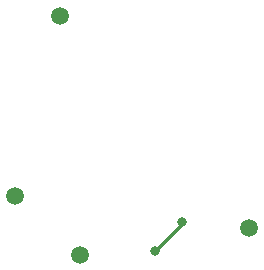
<source format=gbr>
%TF.GenerationSoftware,KiCad,Pcbnew,5.1.9+dfsg1-1*%
%TF.CreationDate,2022-05-26T09:54:06+01:00*%
%TF.ProjectId,ds_lite_clicky_buttons,64735f6c-6974-4655-9f63-6c69636b795f,rev?*%
%TF.SameCoordinates,Original*%
%TF.FileFunction,Copper,L2,Bot*%
%TF.FilePolarity,Positive*%
%FSLAX46Y46*%
G04 Gerber Fmt 4.6, Leading zero omitted, Abs format (unit mm)*
G04 Created by KiCad (PCBNEW 5.1.9+dfsg1-1) date 2022-05-26 09:54:06*
%MOMM*%
%LPD*%
G01*
G04 APERTURE LIST*
%TA.AperFunction,ComponentPad*%
%ADD10C,1.500000*%
%TD*%
%TA.AperFunction,ViaPad*%
%ADD11C,0.800000*%
%TD*%
%TA.AperFunction,Conductor*%
%ADD12C,0.250000*%
%TD*%
G04 APERTURE END LIST*
D10*
%TO.P,R00,1*%
%TO.N,Net-(SW1-Pad2)*%
X135326120Y-86288880D03*
%TD*%
%TO.P,R01,1*%
%TO.N,Net-(SW2-Pad2)*%
X131556760Y-101559360D03*
%TD*%
%TO.P,P00,1*%
%TO.N,Net-(SW4-Pad2)*%
X151323040Y-104297480D03*
%TD*%
%TO.P,P01,1*%
%TO.N,Net-(SW3-Pad2)*%
X137068560Y-106537760D03*
%TD*%
D11*
%TO.N,Net-(SW1-Pad1)*%
X143393160Y-106238040D03*
X145709640Y-103809800D03*
%TD*%
D12*
%TO.N,Net-(SW1-Pad1)*%
X145709640Y-103921560D02*
X145709640Y-103809800D01*
X143393160Y-106238040D02*
X145709640Y-103921560D01*
%TD*%
M02*

</source>
